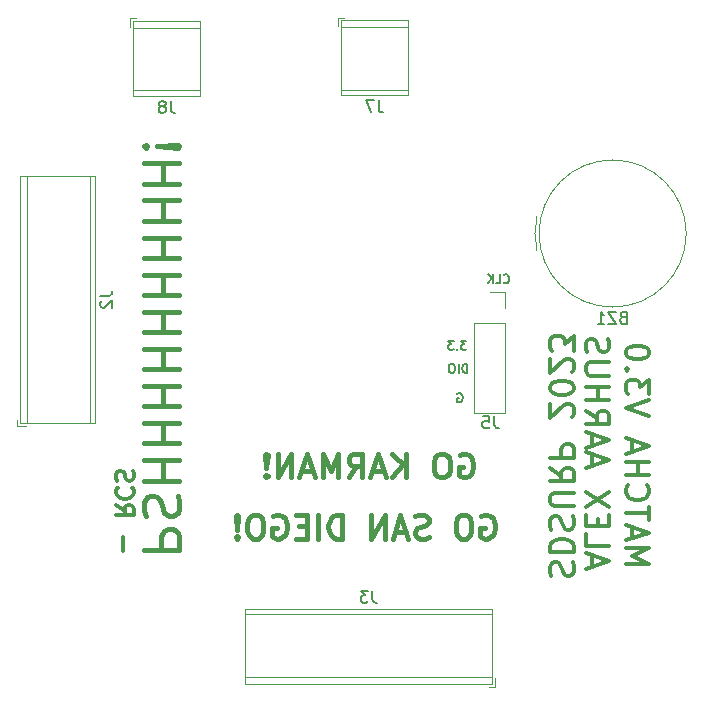
<source format=gbo>
G04 #@! TF.GenerationSoftware,KiCad,Pcbnew,(6.0.7)*
G04 #@! TF.CreationDate,2023-06-27T13:09:13-07:00*
G04 #@! TF.ProjectId,OBC-Attempt-5_Matcha_2_Layer_3,4f42432d-4174-4746-956d-70742d355f4d,rev?*
G04 #@! TF.SameCoordinates,Original*
G04 #@! TF.FileFunction,Legend,Bot*
G04 #@! TF.FilePolarity,Positive*
%FSLAX46Y46*%
G04 Gerber Fmt 4.6, Leading zero omitted, Abs format (unit mm)*
G04 Created by KiCad (PCBNEW (6.0.7)) date 2023-06-27 13:09:13*
%MOMM*%
%LPD*%
G01*
G04 APERTURE LIST*
%ADD10C,0.300000*%
%ADD11C,0.400000*%
%ADD12C,0.150000*%
%ADD13C,0.120000*%
%ADD14C,3.200000*%
%ADD15C,0.900000*%
%ADD16R,2.200000X2.200000*%
%ADD17C,2.200000*%
%ADD18R,2.000000X2.000000*%
%ADD19C,2.000000*%
%ADD20R,1.700000X1.700000*%
%ADD21O,1.700000X1.700000*%
G04 APERTURE END LIST*
D10*
X70920476Y-72862857D02*
X70825238Y-72577142D01*
X70825238Y-72100952D01*
X70920476Y-71910476D01*
X71015714Y-71815238D01*
X71206190Y-71720000D01*
X71396666Y-71720000D01*
X71587142Y-71815238D01*
X71682380Y-71910476D01*
X71777619Y-72100952D01*
X71872857Y-72481904D01*
X71968095Y-72672380D01*
X72063333Y-72767619D01*
X72253809Y-72862857D01*
X72444285Y-72862857D01*
X72634761Y-72767619D01*
X72730000Y-72672380D01*
X72825238Y-72481904D01*
X72825238Y-72005714D01*
X72730000Y-71720000D01*
X70825238Y-70862857D02*
X72825238Y-70862857D01*
X72825238Y-70386666D01*
X72730000Y-70100952D01*
X72539523Y-69910476D01*
X72349047Y-69815238D01*
X71968095Y-69720000D01*
X71682380Y-69720000D01*
X71301428Y-69815238D01*
X71110952Y-69910476D01*
X70920476Y-70100952D01*
X70825238Y-70386666D01*
X70825238Y-70862857D01*
X70920476Y-68958095D02*
X70825238Y-68672380D01*
X70825238Y-68196190D01*
X70920476Y-68005714D01*
X71015714Y-67910476D01*
X71206190Y-67815238D01*
X71396666Y-67815238D01*
X71587142Y-67910476D01*
X71682380Y-68005714D01*
X71777619Y-68196190D01*
X71872857Y-68577142D01*
X71968095Y-68767619D01*
X72063333Y-68862857D01*
X72253809Y-68958095D01*
X72444285Y-68958095D01*
X72634761Y-68862857D01*
X72730000Y-68767619D01*
X72825238Y-68577142D01*
X72825238Y-68100952D01*
X72730000Y-67815238D01*
X72825238Y-66958095D02*
X71206190Y-66958095D01*
X71015714Y-66862857D01*
X70920476Y-66767619D01*
X70825238Y-66577142D01*
X70825238Y-66196190D01*
X70920476Y-66005714D01*
X71015714Y-65910476D01*
X71206190Y-65815238D01*
X72825238Y-65815238D01*
X70825238Y-63720000D02*
X71777619Y-64386666D01*
X70825238Y-64862857D02*
X72825238Y-64862857D01*
X72825238Y-64100952D01*
X72730000Y-63910476D01*
X72634761Y-63815238D01*
X72444285Y-63720000D01*
X72158571Y-63720000D01*
X71968095Y-63815238D01*
X71872857Y-63910476D01*
X71777619Y-64100952D01*
X71777619Y-64862857D01*
X70825238Y-62862857D02*
X72825238Y-62862857D01*
X72825238Y-62100952D01*
X72730000Y-61910476D01*
X72634761Y-61815238D01*
X72444285Y-61720000D01*
X72158571Y-61720000D01*
X71968095Y-61815238D01*
X71872857Y-61910476D01*
X71777619Y-62100952D01*
X71777619Y-62862857D01*
X72634761Y-59434285D02*
X72730000Y-59339047D01*
X72825238Y-59148571D01*
X72825238Y-58672380D01*
X72730000Y-58481904D01*
X72634761Y-58386666D01*
X72444285Y-58291428D01*
X72253809Y-58291428D01*
X71968095Y-58386666D01*
X70825238Y-59529523D01*
X70825238Y-58291428D01*
X72825238Y-57053333D02*
X72825238Y-56862857D01*
X72730000Y-56672380D01*
X72634761Y-56577142D01*
X72444285Y-56481904D01*
X72063333Y-56386666D01*
X71587142Y-56386666D01*
X71206190Y-56481904D01*
X71015714Y-56577142D01*
X70920476Y-56672380D01*
X70825238Y-56862857D01*
X70825238Y-57053333D01*
X70920476Y-57243809D01*
X71015714Y-57339047D01*
X71206190Y-57434285D01*
X71587142Y-57529523D01*
X72063333Y-57529523D01*
X72444285Y-57434285D01*
X72634761Y-57339047D01*
X72730000Y-57243809D01*
X72825238Y-57053333D01*
X72634761Y-55624761D02*
X72730000Y-55529523D01*
X72825238Y-55339047D01*
X72825238Y-54862857D01*
X72730000Y-54672380D01*
X72634761Y-54577142D01*
X72444285Y-54481904D01*
X72253809Y-54481904D01*
X71968095Y-54577142D01*
X70825238Y-55720000D01*
X70825238Y-54481904D01*
X72825238Y-53815238D02*
X72825238Y-52577142D01*
X72063333Y-53243809D01*
X72063333Y-52958095D01*
X71968095Y-52767619D01*
X71872857Y-52672380D01*
X71682380Y-52577142D01*
X71206190Y-52577142D01*
X71015714Y-52672380D01*
X70920476Y-52767619D01*
X70825238Y-52958095D01*
X70825238Y-53529523D01*
X70920476Y-53720000D01*
X71015714Y-53815238D01*
X77205238Y-71870476D02*
X79205238Y-71870476D01*
X77776666Y-71203809D01*
X79205238Y-70537142D01*
X77205238Y-70537142D01*
X77776666Y-69680000D02*
X77776666Y-68727619D01*
X77205238Y-69870476D02*
X79205238Y-69203809D01*
X77205238Y-68537142D01*
X79205238Y-68156190D02*
X79205238Y-67013333D01*
X77205238Y-67584761D02*
X79205238Y-67584761D01*
X77395714Y-65203809D02*
X77300476Y-65299047D01*
X77205238Y-65584761D01*
X77205238Y-65775238D01*
X77300476Y-66060952D01*
X77490952Y-66251428D01*
X77681428Y-66346666D01*
X78062380Y-66441904D01*
X78348095Y-66441904D01*
X78729047Y-66346666D01*
X78919523Y-66251428D01*
X79110000Y-66060952D01*
X79205238Y-65775238D01*
X79205238Y-65584761D01*
X79110000Y-65299047D01*
X79014761Y-65203809D01*
X77205238Y-64346666D02*
X79205238Y-64346666D01*
X78252857Y-64346666D02*
X78252857Y-63203809D01*
X77205238Y-63203809D02*
X79205238Y-63203809D01*
X77776666Y-62346666D02*
X77776666Y-61394285D01*
X77205238Y-62537142D02*
X79205238Y-61870476D01*
X77205238Y-61203809D01*
X79205238Y-59299047D02*
X77205238Y-58632380D01*
X79205238Y-57965714D01*
X79205238Y-57489523D02*
X79205238Y-56251428D01*
X78443333Y-56918095D01*
X78443333Y-56632380D01*
X78348095Y-56441904D01*
X78252857Y-56346666D01*
X78062380Y-56251428D01*
X77586190Y-56251428D01*
X77395714Y-56346666D01*
X77300476Y-56441904D01*
X77205238Y-56632380D01*
X77205238Y-57203809D01*
X77300476Y-57394285D01*
X77395714Y-57489523D01*
X77395714Y-55394285D02*
X77300476Y-55299047D01*
X77205238Y-55394285D01*
X77300476Y-55489523D01*
X77395714Y-55394285D01*
X77205238Y-55394285D01*
X79205238Y-54060952D02*
X79205238Y-53870476D01*
X79110000Y-53679999D01*
X79014761Y-53584761D01*
X78824285Y-53489523D01*
X78443333Y-53394285D01*
X77967142Y-53394285D01*
X77586190Y-53489523D01*
X77395714Y-53584761D01*
X77300476Y-53679999D01*
X77205238Y-53870476D01*
X77205238Y-54060952D01*
X77300476Y-54251428D01*
X77395714Y-54346666D01*
X77586190Y-54441904D01*
X77967142Y-54537142D01*
X78443333Y-54537142D01*
X78824285Y-54441904D01*
X79014761Y-54346666D01*
X79110000Y-54251428D01*
X79205238Y-54060952D01*
D11*
X64999523Y-67800000D02*
X65190000Y-67704761D01*
X65475714Y-67704761D01*
X65761428Y-67800000D01*
X65951904Y-67990476D01*
X66047142Y-68180952D01*
X66142380Y-68561904D01*
X66142380Y-68847619D01*
X66047142Y-69228571D01*
X65951904Y-69419047D01*
X65761428Y-69609523D01*
X65475714Y-69704761D01*
X65285238Y-69704761D01*
X64999523Y-69609523D01*
X64904285Y-69514285D01*
X64904285Y-68847619D01*
X65285238Y-68847619D01*
X63666190Y-67704761D02*
X63285238Y-67704761D01*
X63094761Y-67800000D01*
X62904285Y-67990476D01*
X62809047Y-68371428D01*
X62809047Y-69038095D01*
X62904285Y-69419047D01*
X63094761Y-69609523D01*
X63285238Y-69704761D01*
X63666190Y-69704761D01*
X63856666Y-69609523D01*
X64047142Y-69419047D01*
X64142380Y-69038095D01*
X64142380Y-68371428D01*
X64047142Y-67990476D01*
X63856666Y-67800000D01*
X63666190Y-67704761D01*
X60523333Y-69609523D02*
X60237619Y-69704761D01*
X59761428Y-69704761D01*
X59570952Y-69609523D01*
X59475714Y-69514285D01*
X59380476Y-69323809D01*
X59380476Y-69133333D01*
X59475714Y-68942857D01*
X59570952Y-68847619D01*
X59761428Y-68752380D01*
X60142380Y-68657142D01*
X60332857Y-68561904D01*
X60428095Y-68466666D01*
X60523333Y-68276190D01*
X60523333Y-68085714D01*
X60428095Y-67895238D01*
X60332857Y-67800000D01*
X60142380Y-67704761D01*
X59666190Y-67704761D01*
X59380476Y-67800000D01*
X58618571Y-69133333D02*
X57666190Y-69133333D01*
X58809047Y-69704761D02*
X58142380Y-67704761D01*
X57475714Y-69704761D01*
X56809047Y-69704761D02*
X56809047Y-67704761D01*
X55666190Y-69704761D01*
X55666190Y-67704761D01*
X53190000Y-69704761D02*
X53190000Y-67704761D01*
X52713809Y-67704761D01*
X52428095Y-67800000D01*
X52237619Y-67990476D01*
X52142380Y-68180952D01*
X52047142Y-68561904D01*
X52047142Y-68847619D01*
X52142380Y-69228571D01*
X52237619Y-69419047D01*
X52428095Y-69609523D01*
X52713809Y-69704761D01*
X53190000Y-69704761D01*
X51190000Y-69704761D02*
X51190000Y-67704761D01*
X50237619Y-68657142D02*
X49570952Y-68657142D01*
X49285238Y-69704761D02*
X50237619Y-69704761D01*
X50237619Y-67704761D01*
X49285238Y-67704761D01*
X47380476Y-67800000D02*
X47570952Y-67704761D01*
X47856666Y-67704761D01*
X48142380Y-67800000D01*
X48332857Y-67990476D01*
X48428095Y-68180952D01*
X48523333Y-68561904D01*
X48523333Y-68847619D01*
X48428095Y-69228571D01*
X48332857Y-69419047D01*
X48142380Y-69609523D01*
X47856666Y-69704761D01*
X47666190Y-69704761D01*
X47380476Y-69609523D01*
X47285238Y-69514285D01*
X47285238Y-68847619D01*
X47666190Y-68847619D01*
X46047142Y-67704761D02*
X45666190Y-67704761D01*
X45475714Y-67800000D01*
X45285238Y-67990476D01*
X45190000Y-68371428D01*
X45190000Y-69038095D01*
X45285238Y-69419047D01*
X45475714Y-69609523D01*
X45666190Y-69704761D01*
X46047142Y-69704761D01*
X46237619Y-69609523D01*
X46428095Y-69419047D01*
X46523333Y-69038095D01*
X46523333Y-68371428D01*
X46428095Y-67990476D01*
X46237619Y-67800000D01*
X46047142Y-67704761D01*
X44332857Y-69514285D02*
X44237619Y-69609523D01*
X44332857Y-69704761D01*
X44428095Y-69609523D01*
X44332857Y-69514285D01*
X44332857Y-69704761D01*
X44332857Y-68942857D02*
X44428095Y-67800000D01*
X44332857Y-67704761D01*
X44237619Y-67800000D01*
X44332857Y-68942857D01*
X44332857Y-67704761D01*
X63178571Y-62630000D02*
X63369047Y-62534761D01*
X63654761Y-62534761D01*
X63940476Y-62630000D01*
X64130952Y-62820476D01*
X64226190Y-63010952D01*
X64321428Y-63391904D01*
X64321428Y-63677619D01*
X64226190Y-64058571D01*
X64130952Y-64249047D01*
X63940476Y-64439523D01*
X63654761Y-64534761D01*
X63464285Y-64534761D01*
X63178571Y-64439523D01*
X63083333Y-64344285D01*
X63083333Y-63677619D01*
X63464285Y-63677619D01*
X61845238Y-62534761D02*
X61464285Y-62534761D01*
X61273809Y-62630000D01*
X61083333Y-62820476D01*
X60988095Y-63201428D01*
X60988095Y-63868095D01*
X61083333Y-64249047D01*
X61273809Y-64439523D01*
X61464285Y-64534761D01*
X61845238Y-64534761D01*
X62035714Y-64439523D01*
X62226190Y-64249047D01*
X62321428Y-63868095D01*
X62321428Y-63201428D01*
X62226190Y-62820476D01*
X62035714Y-62630000D01*
X61845238Y-62534761D01*
X58607142Y-64534761D02*
X58607142Y-62534761D01*
X57464285Y-64534761D02*
X58321428Y-63391904D01*
X57464285Y-62534761D02*
X58607142Y-63677619D01*
X56702380Y-63963333D02*
X55750000Y-63963333D01*
X56892857Y-64534761D02*
X56226190Y-62534761D01*
X55559523Y-64534761D01*
X53750000Y-64534761D02*
X54416666Y-63582380D01*
X54892857Y-64534761D02*
X54892857Y-62534761D01*
X54130952Y-62534761D01*
X53940476Y-62630000D01*
X53845238Y-62725238D01*
X53750000Y-62915714D01*
X53750000Y-63201428D01*
X53845238Y-63391904D01*
X53940476Y-63487142D01*
X54130952Y-63582380D01*
X54892857Y-63582380D01*
X52892857Y-64534761D02*
X52892857Y-62534761D01*
X52226190Y-63963333D01*
X51559523Y-62534761D01*
X51559523Y-64534761D01*
X50702380Y-63963333D02*
X49750000Y-63963333D01*
X50892857Y-64534761D02*
X50226190Y-62534761D01*
X49559523Y-64534761D01*
X48892857Y-64534761D02*
X48892857Y-62534761D01*
X47750000Y-64534761D01*
X47750000Y-62534761D01*
X46797619Y-64344285D02*
X46702380Y-64439523D01*
X46797619Y-64534761D01*
X46892857Y-64439523D01*
X46797619Y-64344285D01*
X46797619Y-64534761D01*
X46797619Y-63772857D02*
X46892857Y-62630000D01*
X46797619Y-62534761D01*
X46702380Y-62630000D01*
X46797619Y-63772857D01*
X46797619Y-62534761D01*
D10*
X34642857Y-70747142D02*
X34642857Y-69604285D01*
X34071428Y-66890000D02*
X34785714Y-67390000D01*
X34071428Y-67747142D02*
X35571428Y-67747142D01*
X35571428Y-67175714D01*
X35500000Y-67032857D01*
X35428571Y-66961428D01*
X35285714Y-66890000D01*
X35071428Y-66890000D01*
X34928571Y-66961428D01*
X34857142Y-67032857D01*
X34785714Y-67175714D01*
X34785714Y-67747142D01*
X34214285Y-65390000D02*
X34142857Y-65461428D01*
X34071428Y-65675714D01*
X34071428Y-65818571D01*
X34142857Y-66032857D01*
X34285714Y-66175714D01*
X34428571Y-66247142D01*
X34714285Y-66318571D01*
X34928571Y-66318571D01*
X35214285Y-66247142D01*
X35357142Y-66175714D01*
X35500000Y-66032857D01*
X35571428Y-65818571D01*
X35571428Y-65675714D01*
X35500000Y-65461428D01*
X35428571Y-65390000D01*
X34142857Y-64818571D02*
X34071428Y-64604285D01*
X34071428Y-64247142D01*
X34142857Y-64104285D01*
X34214285Y-64032857D01*
X34357142Y-63961428D01*
X34500000Y-63961428D01*
X34642857Y-64032857D01*
X34714285Y-64104285D01*
X34785714Y-64247142D01*
X34857142Y-64532857D01*
X34928571Y-64675714D01*
X35000000Y-64747142D01*
X35142857Y-64818571D01*
X35285714Y-64818571D01*
X35428571Y-64747142D01*
X35500000Y-64675714D01*
X35571428Y-64532857D01*
X35571428Y-64175714D01*
X35500000Y-63961428D01*
X74396666Y-72106665D02*
X74396666Y-71154284D01*
X73825238Y-72297141D02*
X75825238Y-71630475D01*
X73825238Y-70963808D01*
X73825238Y-69344760D02*
X73825238Y-70297141D01*
X75825238Y-70297141D01*
X74872857Y-68678094D02*
X74872857Y-68011427D01*
X73825238Y-67725713D02*
X73825238Y-68678094D01*
X75825238Y-68678094D01*
X75825238Y-67725713D01*
X75825238Y-67059046D02*
X73825238Y-65725713D01*
X75825238Y-65725713D02*
X73825238Y-67059046D01*
X74396666Y-63535237D02*
X74396666Y-62582856D01*
X73825238Y-63725713D02*
X75825238Y-63059046D01*
X73825238Y-62392379D01*
X74396666Y-61820951D02*
X74396666Y-60868570D01*
X73825238Y-62011427D02*
X75825238Y-61344760D01*
X73825238Y-60678094D01*
X73825238Y-58868570D02*
X74777619Y-59535237D01*
X73825238Y-60011427D02*
X75825238Y-60011427D01*
X75825238Y-59249522D01*
X75730000Y-59059046D01*
X75634761Y-58963808D01*
X75444285Y-58868570D01*
X75158571Y-58868570D01*
X74968095Y-58963808D01*
X74872857Y-59059046D01*
X74777619Y-59249522D01*
X74777619Y-60011427D01*
X73825238Y-58011427D02*
X75825238Y-58011427D01*
X74872857Y-58011427D02*
X74872857Y-56868570D01*
X73825238Y-56868570D02*
X75825238Y-56868570D01*
X75825238Y-55916189D02*
X74206190Y-55916189D01*
X74015714Y-55820951D01*
X73920476Y-55725713D01*
X73825238Y-55535237D01*
X73825238Y-55154284D01*
X73920476Y-54963808D01*
X74015714Y-54868570D01*
X74206190Y-54773332D01*
X75825238Y-54773332D01*
X73920476Y-53916189D02*
X73825238Y-53630475D01*
X73825238Y-53154284D01*
X73920476Y-52963808D01*
X74015714Y-52868570D01*
X74206190Y-52773332D01*
X74396666Y-52773332D01*
X74587142Y-52868570D01*
X74682380Y-52963808D01*
X74777619Y-53154284D01*
X74872857Y-53535237D01*
X74968095Y-53725713D01*
X75063333Y-53820951D01*
X75253809Y-53916189D01*
X75444285Y-53916189D01*
X75634761Y-53820951D01*
X75730000Y-53725713D01*
X75825238Y-53535237D01*
X75825238Y-53059046D01*
X75730000Y-52773332D01*
D11*
X36432857Y-70651428D02*
X39432857Y-70651428D01*
X39432857Y-69508571D01*
X39290000Y-69222857D01*
X39147142Y-69080000D01*
X38861428Y-68937142D01*
X38432857Y-68937142D01*
X38147142Y-69080000D01*
X38004285Y-69222857D01*
X37861428Y-69508571D01*
X37861428Y-70651428D01*
X36575714Y-67794285D02*
X36432857Y-67365714D01*
X36432857Y-66651428D01*
X36575714Y-66365714D01*
X36718571Y-66222857D01*
X37004285Y-66080000D01*
X37290000Y-66080000D01*
X37575714Y-66222857D01*
X37718571Y-66365714D01*
X37861428Y-66651428D01*
X38004285Y-67222857D01*
X38147142Y-67508571D01*
X38290000Y-67651428D01*
X38575714Y-67794285D01*
X38861428Y-67794285D01*
X39147142Y-67651428D01*
X39290000Y-67508571D01*
X39432857Y-67222857D01*
X39432857Y-66508571D01*
X39290000Y-66080000D01*
X36432857Y-64794285D02*
X39432857Y-64794285D01*
X38004285Y-64794285D02*
X38004285Y-63080000D01*
X36432857Y-63080000D02*
X39432857Y-63080000D01*
X36432857Y-61651428D02*
X39432857Y-61651428D01*
X38004285Y-61651428D02*
X38004285Y-59937142D01*
X36432857Y-59937142D02*
X39432857Y-59937142D01*
X36432857Y-58508571D02*
X39432857Y-58508571D01*
X38004285Y-58508571D02*
X38004285Y-56794285D01*
X36432857Y-56794285D02*
X39432857Y-56794285D01*
X36432857Y-55365714D02*
X39432857Y-55365714D01*
X38004285Y-55365714D02*
X38004285Y-53651428D01*
X36432857Y-53651428D02*
X39432857Y-53651428D01*
X36432857Y-52222857D02*
X39432857Y-52222857D01*
X38004285Y-52222857D02*
X38004285Y-50508571D01*
X36432857Y-50508571D02*
X39432857Y-50508571D01*
X36432857Y-49080000D02*
X39432857Y-49080000D01*
X38004285Y-49080000D02*
X38004285Y-47365714D01*
X36432857Y-47365714D02*
X39432857Y-47365714D01*
X36432857Y-45937142D02*
X39432857Y-45937142D01*
X38004285Y-45937142D02*
X38004285Y-44222857D01*
X36432857Y-44222857D02*
X39432857Y-44222857D01*
X36432857Y-42794285D02*
X39432857Y-42794285D01*
X38004285Y-42794285D02*
X38004285Y-41080000D01*
X36432857Y-41080000D02*
X39432857Y-41080000D01*
X36432857Y-39651428D02*
X39432857Y-39651428D01*
X38004285Y-39651428D02*
X38004285Y-37937142D01*
X36432857Y-37937142D02*
X39432857Y-37937142D01*
X36718571Y-36508571D02*
X36575714Y-36365714D01*
X36432857Y-36508571D01*
X36575714Y-36651428D01*
X36718571Y-36508571D01*
X36432857Y-36508571D01*
X37575714Y-36508571D02*
X39290000Y-36651428D01*
X39432857Y-36508571D01*
X39290000Y-36365714D01*
X37575714Y-36508571D01*
X39432857Y-36508571D01*
D12*
X63817857Y-55679285D02*
X63817857Y-54929285D01*
X63639285Y-54929285D01*
X63532142Y-54965000D01*
X63460714Y-55036428D01*
X63425000Y-55107857D01*
X63389285Y-55250714D01*
X63389285Y-55357857D01*
X63425000Y-55500714D01*
X63460714Y-55572142D01*
X63532142Y-55643571D01*
X63639285Y-55679285D01*
X63817857Y-55679285D01*
X63067857Y-55679285D02*
X63067857Y-54929285D01*
X62567857Y-54929285D02*
X62425000Y-54929285D01*
X62353571Y-54965000D01*
X62282142Y-55036428D01*
X62246428Y-55179285D01*
X62246428Y-55429285D01*
X62282142Y-55572142D01*
X62353571Y-55643571D01*
X62425000Y-55679285D01*
X62567857Y-55679285D01*
X62639285Y-55643571D01*
X62710714Y-55572142D01*
X62746428Y-55429285D01*
X62746428Y-55179285D01*
X62710714Y-55036428D01*
X62639285Y-54965000D01*
X62567857Y-54929285D01*
X62971971Y-57449000D02*
X63043400Y-57413285D01*
X63150542Y-57413285D01*
X63257685Y-57449000D01*
X63329114Y-57520428D01*
X63364828Y-57591857D01*
X63400542Y-57734714D01*
X63400542Y-57841857D01*
X63364828Y-57984714D01*
X63329114Y-58056142D01*
X63257685Y-58127571D01*
X63150542Y-58163285D01*
X63079114Y-58163285D01*
X62971971Y-58127571D01*
X62936257Y-58091857D01*
X62936257Y-57841857D01*
X63079114Y-57841857D01*
X66894828Y-48011857D02*
X66930542Y-48047571D01*
X67037685Y-48083285D01*
X67109114Y-48083285D01*
X67216257Y-48047571D01*
X67287685Y-47976142D01*
X67323400Y-47904714D01*
X67359114Y-47761857D01*
X67359114Y-47654714D01*
X67323400Y-47511857D01*
X67287685Y-47440428D01*
X67216257Y-47369000D01*
X67109114Y-47333285D01*
X67037685Y-47333285D01*
X66930542Y-47369000D01*
X66894828Y-47404714D01*
X66216257Y-48083285D02*
X66573400Y-48083285D01*
X66573400Y-47333285D01*
X65966257Y-48083285D02*
X65966257Y-47333285D01*
X65537685Y-48083285D02*
X65859114Y-47654714D01*
X65537685Y-47333285D02*
X65966257Y-47761857D01*
X63725714Y-52969285D02*
X63261428Y-52969285D01*
X63511428Y-53255000D01*
X63404285Y-53255000D01*
X63332857Y-53290714D01*
X63297142Y-53326428D01*
X63261428Y-53397857D01*
X63261428Y-53576428D01*
X63297142Y-53647857D01*
X63332857Y-53683571D01*
X63404285Y-53719285D01*
X63618571Y-53719285D01*
X63690000Y-53683571D01*
X63725714Y-53647857D01*
X62940000Y-53647857D02*
X62904285Y-53683571D01*
X62940000Y-53719285D01*
X62975714Y-53683571D01*
X62940000Y-53647857D01*
X62940000Y-53719285D01*
X62654285Y-52969285D02*
X62190000Y-52969285D01*
X62440000Y-53255000D01*
X62332857Y-53255000D01*
X62261428Y-53290714D01*
X62225714Y-53326428D01*
X62190000Y-53397857D01*
X62190000Y-53576428D01*
X62225714Y-53647857D01*
X62261428Y-53683571D01*
X62332857Y-53719285D01*
X62547142Y-53719285D01*
X62618571Y-53683571D01*
X62654285Y-53647857D01*
X38683333Y-32672380D02*
X38683333Y-33386666D01*
X38730952Y-33529523D01*
X38826190Y-33624761D01*
X38969047Y-33672380D01*
X39064285Y-33672380D01*
X38064285Y-33100952D02*
X38159523Y-33053333D01*
X38207142Y-33005714D01*
X38254761Y-32910476D01*
X38254761Y-32862857D01*
X38207142Y-32767619D01*
X38159523Y-32720000D01*
X38064285Y-32672380D01*
X37873809Y-32672380D01*
X37778571Y-32720000D01*
X37730952Y-32767619D01*
X37683333Y-32862857D01*
X37683333Y-32910476D01*
X37730952Y-33005714D01*
X37778571Y-33053333D01*
X37873809Y-33100952D01*
X38064285Y-33100952D01*
X38159523Y-33148571D01*
X38207142Y-33196190D01*
X38254761Y-33291428D01*
X38254761Y-33481904D01*
X38207142Y-33577142D01*
X38159523Y-33624761D01*
X38064285Y-33672380D01*
X37873809Y-33672380D01*
X37778571Y-33624761D01*
X37730952Y-33577142D01*
X37683333Y-33481904D01*
X37683333Y-33291428D01*
X37730952Y-33196190D01*
X37778571Y-33148571D01*
X37873809Y-33100952D01*
X76990952Y-50978571D02*
X76848095Y-51026190D01*
X76800476Y-51073809D01*
X76752857Y-51169047D01*
X76752857Y-51311904D01*
X76800476Y-51407142D01*
X76848095Y-51454761D01*
X76943333Y-51502380D01*
X77324285Y-51502380D01*
X77324285Y-50502380D01*
X76990952Y-50502380D01*
X76895714Y-50550000D01*
X76848095Y-50597619D01*
X76800476Y-50692857D01*
X76800476Y-50788095D01*
X76848095Y-50883333D01*
X76895714Y-50930952D01*
X76990952Y-50978571D01*
X77324285Y-50978571D01*
X76419523Y-50502380D02*
X75752857Y-50502380D01*
X76419523Y-51502380D01*
X75752857Y-51502380D01*
X74848095Y-51502380D02*
X75419523Y-51502380D01*
X75133809Y-51502380D02*
X75133809Y-50502380D01*
X75229047Y-50645238D01*
X75324285Y-50740476D01*
X75419523Y-50788095D01*
X66083333Y-59362380D02*
X66083333Y-60076666D01*
X66130952Y-60219523D01*
X66226190Y-60314761D01*
X66369047Y-60362380D01*
X66464285Y-60362380D01*
X65130952Y-59362380D02*
X65607142Y-59362380D01*
X65654761Y-59838571D01*
X65607142Y-59790952D01*
X65511904Y-59743333D01*
X65273809Y-59743333D01*
X65178571Y-59790952D01*
X65130952Y-59838571D01*
X65083333Y-59933809D01*
X65083333Y-60171904D01*
X65130952Y-60267142D01*
X65178571Y-60314761D01*
X65273809Y-60362380D01*
X65511904Y-60362380D01*
X65607142Y-60314761D01*
X65654761Y-60267142D01*
X32732380Y-49166666D02*
X33446666Y-49166666D01*
X33589523Y-49119047D01*
X33684761Y-49023809D01*
X33732380Y-48880952D01*
X33732380Y-48785714D01*
X32827619Y-49595238D02*
X32780000Y-49642857D01*
X32732380Y-49738095D01*
X32732380Y-49976190D01*
X32780000Y-50071428D01*
X32827619Y-50119047D01*
X32922857Y-50166666D01*
X33018095Y-50166666D01*
X33160952Y-50119047D01*
X33732380Y-49547619D01*
X33732380Y-50166666D01*
X55773733Y-74128980D02*
X55773733Y-74843266D01*
X55821352Y-74986123D01*
X55916590Y-75081361D01*
X56059447Y-75128980D01*
X56154685Y-75128980D01*
X55392780Y-74128980D02*
X54773733Y-74128980D01*
X55107066Y-74509933D01*
X54964209Y-74509933D01*
X54868971Y-74557552D01*
X54821352Y-74605171D01*
X54773733Y-74700409D01*
X54773733Y-74938504D01*
X54821352Y-75033742D01*
X54868971Y-75081361D01*
X54964209Y-75128980D01*
X55249923Y-75128980D01*
X55345161Y-75081361D01*
X55392780Y-75033742D01*
X56303333Y-32612380D02*
X56303333Y-33326666D01*
X56350952Y-33469523D01*
X56446190Y-33564761D01*
X56589047Y-33612380D01*
X56684285Y-33612380D01*
X55922380Y-32612380D02*
X55255714Y-32612380D01*
X55684285Y-33612380D01*
D13*
X35520000Y-31760000D02*
X41180000Y-31760000D01*
X35520000Y-32220000D02*
X41180000Y-32220000D01*
X41180000Y-32220000D02*
X41180000Y-25900000D01*
X40410000Y-26460000D02*
X41180000Y-26460000D01*
X35280000Y-26400000D02*
X35280000Y-25660000D01*
X40410000Y-25900000D02*
X41180000Y-25900000D01*
X35520000Y-25900000D02*
X40580000Y-25900000D01*
X35280000Y-25660000D02*
X35780000Y-25660000D01*
X35520000Y-26460000D02*
X40440000Y-26460000D01*
X35520000Y-32220000D02*
X35520000Y-25900000D01*
X69710000Y-42380001D02*
G75*
G03*
X69710000Y-45380000I6400000J-1499999D01*
G01*
X82340000Y-43880000D02*
G75*
G03*
X82340000Y-43880000I-6230000J0D01*
G01*
X67030000Y-51420000D02*
X67030000Y-59100000D01*
X67030000Y-51420000D02*
X64370000Y-51420000D01*
X67030000Y-50150000D02*
X67030000Y-48820000D01*
X64370000Y-51420000D02*
X64370000Y-59100000D01*
X67030000Y-59100000D02*
X64370000Y-59100000D01*
X67030000Y-48820000D02*
X65700000Y-48820000D01*
X32280000Y-59950000D02*
X25960000Y-59950000D01*
X32280000Y-39049000D02*
X25960000Y-39049000D01*
X25720000Y-60190000D02*
X25720000Y-59690000D01*
X25960000Y-59950000D02*
X25960000Y-39049000D01*
X31820000Y-59950000D02*
X31820000Y-39049000D01*
X26460000Y-60190000D02*
X25720000Y-60190000D01*
X26520000Y-59950000D02*
X26520000Y-39049000D01*
X32280000Y-59950000D02*
X32280000Y-39049000D01*
X66130400Y-82236600D02*
X65630400Y-82236600D01*
X66130400Y-81496600D02*
X66130400Y-82236600D01*
X65890400Y-75676600D02*
X44989400Y-75676600D01*
X44989400Y-75676600D02*
X44989400Y-81996600D01*
X65890400Y-75676600D02*
X65890400Y-81996600D01*
X65890400Y-76136600D02*
X44989400Y-76136600D01*
X65890400Y-81436600D02*
X44989400Y-81436600D01*
X65890400Y-81996600D02*
X44989400Y-81996600D01*
X58030000Y-26400000D02*
X58800000Y-26400000D01*
X53140000Y-31700000D02*
X58800000Y-31700000D01*
X52900000Y-26340000D02*
X52900000Y-25600000D01*
X58030000Y-25840000D02*
X58800000Y-25840000D01*
X52900000Y-25600000D02*
X53400000Y-25600000D01*
X53140000Y-25840000D02*
X58190000Y-25840000D01*
X53140000Y-32160000D02*
X58800000Y-32160000D01*
X53140000Y-32160000D02*
X53140000Y-25840000D01*
X58800000Y-32160000D02*
X58800000Y-25840000D01*
X53140000Y-26400000D02*
X58130000Y-26400000D01*
%LPC*%
D14*
X76200000Y-76200000D03*
X31750000Y-31750000D03*
X76200000Y-31750000D03*
X31750000Y-76200000D03*
D15*
X69699340Y-34929340D03*
X71820660Y-37050660D03*
D16*
X37080000Y-29060000D03*
D17*
X39620000Y-29060000D03*
D18*
X73610000Y-43880000D03*
D19*
X78610000Y-43880000D03*
D20*
X65700000Y-50150000D03*
D21*
X65700000Y-52690000D03*
X65700000Y-55230000D03*
X65700000Y-57770000D03*
D16*
X29120000Y-58390000D03*
D17*
X29120000Y-55850000D03*
X29120000Y-53310000D03*
X29120000Y-50770000D03*
X29120000Y-48230000D03*
X29120000Y-45690000D03*
X29120000Y-43150000D03*
X29120000Y-40610000D03*
D16*
X64330400Y-78836600D03*
D17*
X61790400Y-78836600D03*
X59250400Y-78836600D03*
X56710400Y-78836600D03*
X54170400Y-78836600D03*
X51630400Y-78836600D03*
X49090400Y-78836600D03*
X46550400Y-78836600D03*
D16*
X54700000Y-29000000D03*
D17*
X57240000Y-29000000D03*
M02*

</source>
